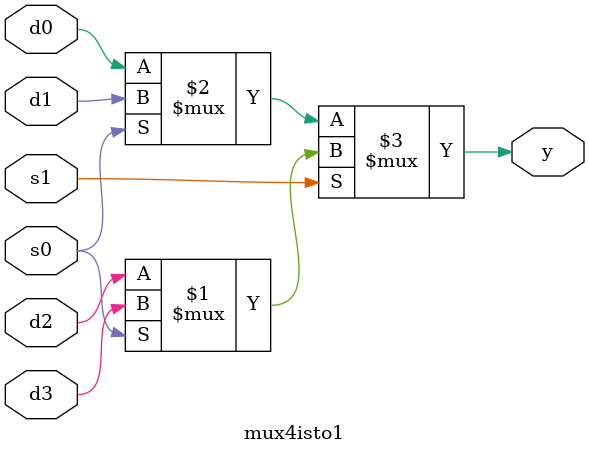
<source format=v>
module mux4isto1 ( input d0,d1,d2,d3,
input s0,s1,
output y);
assign y = s1 ? (s0 ? d3 : d2) : (s0 ? d1 : d0);
endmodule

</source>
